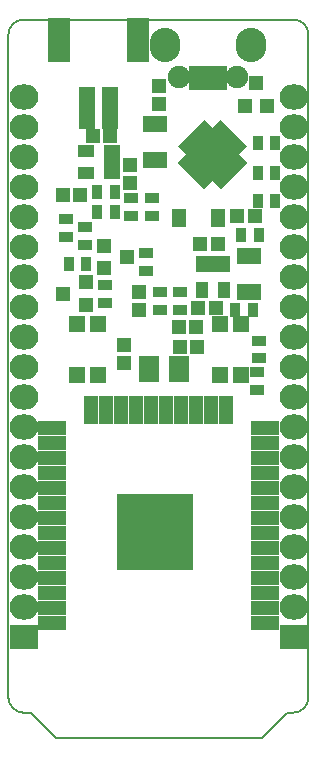
<source format=gbr>
G04 #@! TF.FileFunction,Soldermask,Top*
%FSLAX46Y46*%
G04 Gerber Fmt 4.6, Leading zero omitted, Abs format (unit mm)*
G04 Created by KiCad (PCBNEW (2015-01-16 BZR 5376)-product) date 03-Feb-17 1:00:34 PM*
%MOMM*%
G01*
G04 APERTURE LIST*
%ADD10C,0.100000*%
%ADD11C,0.150000*%
%ADD12R,0.900000X1.300000*%
%ADD13R,1.200000X1.150000*%
%ADD14R,1.395680X3.600000*%
%ADD15R,1.398220X3.600000*%
%ADD16R,1.898600X3.798520*%
%ADD17R,1.898600X3.795980*%
%ADD18R,2.432000X2.127200*%
%ADD19O,2.432000X2.127200*%
%ADD20R,1.300000X0.900000*%
%ADD21R,2.000000X1.400000*%
%ADD22R,1.197560X1.197560*%
%ADD23R,1.460000X1.050000*%
%ADD24R,1.200100X1.200100*%
%ADD25R,1.050000X1.460000*%
%ADD26R,1.150000X1.200000*%
%ADD27R,0.800000X2.000000*%
%ADD28C,1.900000*%
%ADD29O,2.600000X2.900000*%
%ADD30R,1.310000X1.620000*%
%ADD31R,2.400000X1.300000*%
%ADD32R,1.300000X2.400000*%
%ADD33R,6.400000X6.400000*%
%ADD34R,1.400760X1.400760*%
%ADD35R,1.800000X2.300000*%
G04 APERTURE END LIST*
D10*
D11*
X98806000Y-128143000D02*
X99060000Y-127889000D01*
X81407000Y-128143000D02*
X98806000Y-128143000D01*
X81153000Y-127889000D02*
X81407000Y-128143000D01*
X77343000Y-124714000D02*
X77343000Y-68580000D01*
X79248000Y-125984000D02*
X78613000Y-125984000D01*
X101473000Y-125984000D02*
X100965000Y-125984000D01*
X102743000Y-68580000D02*
X102743000Y-124714000D01*
X78613000Y-67310000D02*
X101473000Y-67310000D01*
X78613000Y-67310000D02*
G75*
G03X77343000Y-68580000I0J-1270000D01*
G01*
X102743000Y-68580000D02*
G75*
G03X101473000Y-67310000I-1270000J0D01*
G01*
X101473000Y-125984000D02*
G75*
G03X102743000Y-124714000I0J1270000D01*
G01*
X77343000Y-124714000D02*
G75*
G03X78613000Y-125984000I1270000J0D01*
G01*
X81153000Y-127889000D02*
X79248000Y-125984000D01*
X100965000Y-125984000D02*
X99060000Y-127889000D01*
D12*
X98437000Y-80264000D03*
X99937000Y-80264000D03*
X98437000Y-82677000D03*
X99937000Y-82677000D03*
X99937000Y-77724000D03*
X98437000Y-77724000D03*
D13*
X81927000Y-82169000D03*
X83427000Y-82169000D03*
D14*
X85963760Y-74803000D03*
D15*
X83962240Y-74803000D03*
D16*
X88308180Y-69054980D03*
D17*
X81615280Y-69054980D03*
D18*
X78622721Y-119577474D03*
D19*
X78622721Y-117037474D03*
X78622721Y-114497474D03*
X78622721Y-111957474D03*
X78622721Y-109417474D03*
X78622721Y-106877474D03*
X78622721Y-104337474D03*
X78622721Y-101797474D03*
X78622721Y-99257474D03*
X78622721Y-96717474D03*
X78622721Y-94177474D03*
X78622721Y-91637474D03*
X78622721Y-89097474D03*
X78622721Y-86557474D03*
X78622721Y-84017474D03*
X78622721Y-81477474D03*
X78622721Y-78937474D03*
X78622721Y-76397474D03*
X78622721Y-73857474D03*
D18*
X101482721Y-119577474D03*
D19*
X101482721Y-117037474D03*
X101482721Y-114497474D03*
X101482721Y-111957474D03*
X101482721Y-109417474D03*
X101482721Y-106877474D03*
X101482721Y-104337474D03*
X101482721Y-101797474D03*
X101482721Y-99257474D03*
X101482721Y-96717474D03*
X101482721Y-94177474D03*
X101482721Y-91637474D03*
X101482721Y-89097474D03*
X101482721Y-86557474D03*
X101482721Y-84017474D03*
X101482721Y-81477474D03*
X101482721Y-78937474D03*
X101482721Y-76397474D03*
X101482721Y-73857474D03*
D10*
G36*
X95799404Y-81197196D02*
X95304429Y-81692171D01*
X94420546Y-80808288D01*
X94915521Y-80313313D01*
X95799404Y-81197196D01*
X95799404Y-81197196D01*
G37*
G36*
X96152957Y-80843642D02*
X95657982Y-81338617D01*
X94774099Y-80454734D01*
X95269074Y-79959759D01*
X96152957Y-80843642D01*
X96152957Y-80843642D01*
G37*
G36*
X96506511Y-80490089D02*
X96011536Y-80985064D01*
X95127653Y-80101181D01*
X95622628Y-79606206D01*
X96506511Y-80490089D01*
X96506511Y-80490089D01*
G37*
G36*
X96860064Y-80136536D02*
X96365089Y-80631511D01*
X95481206Y-79747628D01*
X95976181Y-79252653D01*
X96860064Y-80136536D01*
X96860064Y-80136536D01*
G37*
G36*
X97213617Y-79782982D02*
X96718642Y-80277957D01*
X95834759Y-79394074D01*
X96329734Y-78899099D01*
X97213617Y-79782982D01*
X97213617Y-79782982D01*
G37*
G36*
X97567171Y-79429429D02*
X97072196Y-79924404D01*
X96188313Y-79040521D01*
X96683288Y-78545546D01*
X97567171Y-79429429D01*
X97567171Y-79429429D01*
G37*
G36*
X97072196Y-77555596D02*
X97567171Y-78050571D01*
X96683288Y-78934454D01*
X96188313Y-78439479D01*
X97072196Y-77555596D01*
X97072196Y-77555596D01*
G37*
G36*
X96718642Y-77202043D02*
X97213617Y-77697018D01*
X96329734Y-78580901D01*
X95834759Y-78085926D01*
X96718642Y-77202043D01*
X96718642Y-77202043D01*
G37*
G36*
X96365089Y-76848489D02*
X96860064Y-77343464D01*
X95976181Y-78227347D01*
X95481206Y-77732372D01*
X96365089Y-76848489D01*
X96365089Y-76848489D01*
G37*
G36*
X96011536Y-76494936D02*
X96506511Y-76989911D01*
X95622628Y-77873794D01*
X95127653Y-77378819D01*
X96011536Y-76494936D01*
X96011536Y-76494936D01*
G37*
G36*
X95657982Y-76141383D02*
X96152957Y-76636358D01*
X95269074Y-77520241D01*
X94774099Y-77025266D01*
X95657982Y-76141383D01*
X95657982Y-76141383D01*
G37*
G36*
X95304429Y-75787829D02*
X95799404Y-76282804D01*
X94915521Y-77166687D01*
X94420546Y-76671712D01*
X95304429Y-75787829D01*
X95304429Y-75787829D01*
G37*
G36*
X94809454Y-76671712D02*
X94314479Y-77166687D01*
X93430596Y-76282804D01*
X93925571Y-75787829D01*
X94809454Y-76671712D01*
X94809454Y-76671712D01*
G37*
G36*
X94455901Y-77025266D02*
X93960926Y-77520241D01*
X93077043Y-76636358D01*
X93572018Y-76141383D01*
X94455901Y-77025266D01*
X94455901Y-77025266D01*
G37*
G36*
X94102347Y-77378819D02*
X93607372Y-77873794D01*
X92723489Y-76989911D01*
X93218464Y-76494936D01*
X94102347Y-77378819D01*
X94102347Y-77378819D01*
G37*
G36*
X93748794Y-77732372D02*
X93253819Y-78227347D01*
X92369936Y-77343464D01*
X92864911Y-76848489D01*
X93748794Y-77732372D01*
X93748794Y-77732372D01*
G37*
G36*
X93395241Y-78085926D02*
X92900266Y-78580901D01*
X92016383Y-77697018D01*
X92511358Y-77202043D01*
X93395241Y-78085926D01*
X93395241Y-78085926D01*
G37*
G36*
X93041687Y-78439479D02*
X92546712Y-78934454D01*
X91662829Y-78050571D01*
X92157804Y-77555596D01*
X93041687Y-78439479D01*
X93041687Y-78439479D01*
G37*
G36*
X92546712Y-78545546D02*
X93041687Y-79040521D01*
X92157804Y-79924404D01*
X91662829Y-79429429D01*
X92546712Y-78545546D01*
X92546712Y-78545546D01*
G37*
G36*
X92900266Y-78899099D02*
X93395241Y-79394074D01*
X92511358Y-80277957D01*
X92016383Y-79782982D01*
X92900266Y-78899099D01*
X92900266Y-78899099D01*
G37*
G36*
X93253819Y-79252653D02*
X93748794Y-79747628D01*
X92864911Y-80631511D01*
X92369936Y-80136536D01*
X93253819Y-79252653D01*
X93253819Y-79252653D01*
G37*
G36*
X93607372Y-79606206D02*
X94102347Y-80101181D01*
X93218464Y-80985064D01*
X92723489Y-80490089D01*
X93607372Y-79606206D01*
X93607372Y-79606206D01*
G37*
G36*
X93960926Y-79959759D02*
X94455901Y-80454734D01*
X93572018Y-81338617D01*
X93077043Y-80843642D01*
X93960926Y-79959759D01*
X93960926Y-79959759D01*
G37*
G36*
X94314479Y-80313313D02*
X94809454Y-80808288D01*
X93925571Y-81692171D01*
X93430596Y-81197196D01*
X94314479Y-80313313D01*
X94314479Y-80313313D01*
G37*
G36*
X95817082Y-77820761D02*
X94615000Y-79022843D01*
X93412918Y-77820761D01*
X94615000Y-76618679D01*
X95817082Y-77820761D01*
X95817082Y-77820761D01*
G37*
G36*
X94897843Y-78740000D02*
X93695761Y-79942082D01*
X92493679Y-78740000D01*
X93695761Y-77537918D01*
X94897843Y-78740000D01*
X94897843Y-78740000D01*
G37*
G36*
X96736321Y-78740000D02*
X95534239Y-79942082D01*
X94332157Y-78740000D01*
X95534239Y-77537918D01*
X96736321Y-78740000D01*
X96736321Y-78740000D01*
G37*
G36*
X95817082Y-79659239D02*
X94615000Y-80861321D01*
X93412918Y-79659239D01*
X94615000Y-78457157D01*
X95817082Y-79659239D01*
X95817082Y-79659239D01*
G37*
D20*
X82232500Y-85713000D03*
X82232500Y-84213000D03*
X89471500Y-83935000D03*
X89471500Y-82435000D03*
D21*
X89747920Y-76167476D03*
X89747920Y-79167476D03*
D22*
X87665120Y-81109174D03*
X87665120Y-79610574D03*
X90068400Y-74434700D03*
X90068400Y-72936100D03*
X93240420Y-93313875D03*
X91741820Y-93313875D03*
D23*
X86126500Y-80325000D03*
X86126500Y-79375000D03*
X86126500Y-78425000D03*
X83926500Y-78425000D03*
X83926500Y-80325000D03*
D24*
X97348000Y-74660760D03*
X99248000Y-74660760D03*
X98298000Y-72661780D03*
D25*
X95625519Y-87997475D03*
X94675519Y-87997475D03*
X93725519Y-87997475D03*
X93725519Y-90197475D03*
X95625519Y-90197475D03*
D24*
X85394360Y-86471074D03*
X85394360Y-88371074D03*
X87393340Y-87421074D03*
X83941480Y-91469874D03*
X83941480Y-89569874D03*
X81942500Y-90519874D03*
D12*
X98540000Y-85547200D03*
X97040000Y-85547200D03*
X84848000Y-81915000D03*
X86348000Y-81915000D03*
D20*
X91881520Y-90379475D03*
X91881520Y-91879475D03*
D12*
X84848000Y-83566000D03*
X86348000Y-83566000D03*
X82444720Y-87979875D03*
X83944720Y-87979875D03*
D20*
X85531520Y-91269874D03*
X85531520Y-89769874D03*
D12*
X98067120Y-91891475D03*
X96567120Y-91891475D03*
D20*
X87757000Y-83935000D03*
X87757000Y-82435000D03*
X89027000Y-87070500D03*
X89027000Y-88570500D03*
X83855120Y-84893075D03*
X83855120Y-86393075D03*
X98552000Y-94500000D03*
X98552000Y-96000000D03*
D13*
X85967000Y-77152500D03*
X84467000Y-77152500D03*
X93569920Y-86303475D03*
X95069920Y-86303475D03*
X96684400Y-83921600D03*
X98184400Y-83921600D03*
X94917521Y-91739074D03*
X93417521Y-91739074D03*
D21*
X97672720Y-90343474D03*
X97672720Y-87343474D03*
D13*
X91842719Y-94990275D03*
X93342719Y-94990275D03*
D26*
X88427120Y-90379475D03*
X88427120Y-91879475D03*
X87157120Y-96349875D03*
X87157120Y-94849875D03*
D20*
X98425000Y-98667000D03*
X98425000Y-97167000D03*
X90154320Y-91879475D03*
X90154320Y-90379475D03*
D27*
X95534000Y-72236000D03*
X94884000Y-72236000D03*
X94234000Y-72236000D03*
X93584000Y-72236000D03*
X92934000Y-72236000D03*
D28*
X96659000Y-72136000D03*
D29*
X97859000Y-69486000D03*
D28*
X91809000Y-72136000D03*
D29*
X90609000Y-69486000D03*
D30*
X95056200Y-84074000D03*
X91786200Y-84074000D03*
D31*
X99052721Y-118375875D03*
X99052721Y-117105875D03*
X99052721Y-115835875D03*
X99052721Y-114565875D03*
X99052721Y-113295875D03*
X99052721Y-112025875D03*
X99052721Y-110755875D03*
X99052721Y-109485875D03*
X99052721Y-108215875D03*
X99052721Y-106945875D03*
X99052721Y-105675875D03*
X99052721Y-104405875D03*
X99052721Y-103135875D03*
X99052721Y-101865875D03*
X81052721Y-118375875D03*
X81052721Y-101865875D03*
X81052721Y-103135875D03*
X81052721Y-104405875D03*
X81052721Y-105675875D03*
X81052721Y-106945875D03*
X81052721Y-108215875D03*
X81052721Y-109485875D03*
X81052721Y-110755875D03*
X81052721Y-112025875D03*
X81052721Y-113295875D03*
X81052721Y-114565875D03*
X81052721Y-115835875D03*
X81052721Y-117105875D03*
D32*
X95767721Y-100375875D03*
X94482721Y-100375875D03*
X93227721Y-100375875D03*
X91957721Y-100375875D03*
X90687721Y-100375875D03*
X89417721Y-100375875D03*
X88147721Y-100375875D03*
X86877721Y-100375875D03*
X85607721Y-100375875D03*
X84337721Y-100375875D03*
D33*
X89752721Y-110675875D03*
D34*
X97048720Y-93044275D03*
X95248720Y-97444275D03*
X95248720Y-93044275D03*
X97048720Y-97444275D03*
X83107520Y-97444275D03*
X84907520Y-93044275D03*
X84907520Y-97444275D03*
X83107520Y-93044275D03*
D35*
X91760720Y-96920675D03*
X89239920Y-96920675D03*
M02*

</source>
